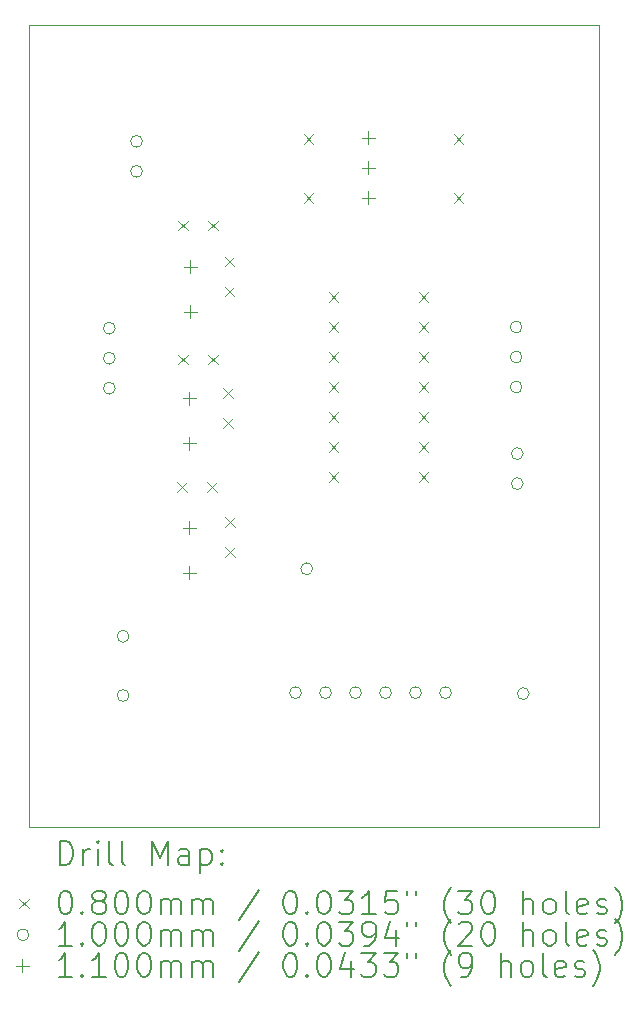
<source format=gbr>
%TF.GenerationSoftware,KiCad,Pcbnew,7.0.7*%
%TF.CreationDate,2023-09-08T10:26:25-07:00*%
%TF.ProjectId,TailLights,5461696c-4c69-4676-9874-732e6b696361,rev?*%
%TF.SameCoordinates,Original*%
%TF.FileFunction,Drillmap*%
%TF.FilePolarity,Positive*%
%FSLAX45Y45*%
G04 Gerber Fmt 4.5, Leading zero omitted, Abs format (unit mm)*
G04 Created by KiCad (PCBNEW 7.0.7) date 2023-09-08 10:26:25*
%MOMM*%
%LPD*%
G01*
G04 APERTURE LIST*
%ADD10C,0.100000*%
%ADD11C,0.200000*%
%ADD12C,0.080000*%
%ADD13C,0.110000*%
G04 APERTURE END LIST*
D10*
X5273040Y-2951480D02*
X10093960Y-2951480D01*
X10093960Y-9748520D01*
X5273040Y-9748520D01*
X5273040Y-2951480D01*
D11*
D12*
X6523360Y-6828160D02*
X6603360Y-6908160D01*
X6603360Y-6828160D02*
X6523360Y-6908160D01*
X6533520Y-4613280D02*
X6613520Y-4693280D01*
X6613520Y-4613280D02*
X6533520Y-4693280D01*
X6533520Y-5746120D02*
X6613520Y-5826120D01*
X6613520Y-5746120D02*
X6533520Y-5826120D01*
X6777360Y-6828160D02*
X6857360Y-6908160D01*
X6857360Y-6828160D02*
X6777360Y-6908160D01*
X6787520Y-4613280D02*
X6867520Y-4693280D01*
X6867520Y-4613280D02*
X6787520Y-4693280D01*
X6787520Y-5746120D02*
X6867520Y-5826120D01*
X6867520Y-5746120D02*
X6787520Y-5826120D01*
X6914520Y-6030600D02*
X6994520Y-6110600D01*
X6994520Y-6030600D02*
X6914520Y-6110600D01*
X6914520Y-6284600D02*
X6994520Y-6364600D01*
X6994520Y-6284600D02*
X6914520Y-6364600D01*
X6924680Y-4918080D02*
X7004680Y-4998080D01*
X7004680Y-4918080D02*
X6924680Y-4998080D01*
X6924680Y-5172080D02*
X7004680Y-5252080D01*
X7004680Y-5172080D02*
X6924680Y-5252080D01*
X6929760Y-7122800D02*
X7009760Y-7202800D01*
X7009760Y-7122800D02*
X6929760Y-7202800D01*
X6929760Y-7376800D02*
X7009760Y-7456800D01*
X7009760Y-7376800D02*
X6929760Y-7456800D01*
X7595240Y-3879600D02*
X7675240Y-3959600D01*
X7675240Y-3879600D02*
X7595240Y-3959600D01*
X7595240Y-4379600D02*
X7675240Y-4459600D01*
X7675240Y-4379600D02*
X7595240Y-4459600D01*
X7808600Y-5217800D02*
X7888600Y-5297800D01*
X7888600Y-5217800D02*
X7808600Y-5297800D01*
X7808600Y-5471800D02*
X7888600Y-5551800D01*
X7888600Y-5471800D02*
X7808600Y-5551800D01*
X7808600Y-5725800D02*
X7888600Y-5805800D01*
X7888600Y-5725800D02*
X7808600Y-5805800D01*
X7808600Y-5979800D02*
X7888600Y-6059800D01*
X7888600Y-5979800D02*
X7808600Y-6059800D01*
X7808600Y-6233800D02*
X7888600Y-6313800D01*
X7888600Y-6233800D02*
X7808600Y-6313800D01*
X7808600Y-6487800D02*
X7888600Y-6567800D01*
X7888600Y-6487800D02*
X7808600Y-6567800D01*
X7808600Y-6741800D02*
X7888600Y-6821800D01*
X7888600Y-6741800D02*
X7808600Y-6821800D01*
X8570600Y-5217800D02*
X8650600Y-5297800D01*
X8650600Y-5217800D02*
X8570600Y-5297800D01*
X8570600Y-5471800D02*
X8650600Y-5551800D01*
X8650600Y-5471800D02*
X8570600Y-5551800D01*
X8570600Y-5725800D02*
X8650600Y-5805800D01*
X8650600Y-5725800D02*
X8570600Y-5805800D01*
X8570600Y-5979800D02*
X8650600Y-6059800D01*
X8650600Y-5979800D02*
X8570600Y-6059800D01*
X8570600Y-6233800D02*
X8650600Y-6313800D01*
X8650600Y-6233800D02*
X8570600Y-6313800D01*
X8570600Y-6487800D02*
X8650600Y-6567800D01*
X8650600Y-6487800D02*
X8570600Y-6567800D01*
X8570600Y-6741800D02*
X8650600Y-6821800D01*
X8650600Y-6741800D02*
X8570600Y-6821800D01*
X8865240Y-3879600D02*
X8945240Y-3959600D01*
X8945240Y-3879600D02*
X8865240Y-3959600D01*
X8865240Y-4379600D02*
X8945240Y-4459600D01*
X8945240Y-4379600D02*
X8865240Y-4459600D01*
D10*
X5998680Y-5521960D02*
G75*
G03*
X5998680Y-5521960I-50000J0D01*
G01*
X5998680Y-5775960D02*
G75*
G03*
X5998680Y-5775960I-50000J0D01*
G01*
X5998680Y-6029960D02*
G75*
G03*
X5998680Y-6029960I-50000J0D01*
G01*
X6115520Y-8130920D02*
G75*
G03*
X6115520Y-8130920I-50000J0D01*
G01*
X6115520Y-8630920D02*
G75*
G03*
X6115520Y-8630920I-50000J0D01*
G01*
X6229780Y-3939000D02*
G75*
G03*
X6229780Y-3939000I-50000J0D01*
G01*
X6229780Y-4193000D02*
G75*
G03*
X6229780Y-4193000I-50000J0D01*
G01*
X7576060Y-8608020D02*
G75*
G03*
X7576060Y-8608020I-50000J0D01*
G01*
X7670000Y-7559040D02*
G75*
G03*
X7670000Y-7559040I-50000J0D01*
G01*
X7830060Y-8608020D02*
G75*
G03*
X7830060Y-8608020I-50000J0D01*
G01*
X8084060Y-8608020D02*
G75*
G03*
X8084060Y-8608020I-50000J0D01*
G01*
X8338060Y-8608020D02*
G75*
G03*
X8338060Y-8608020I-50000J0D01*
G01*
X8592060Y-8608020D02*
G75*
G03*
X8592060Y-8608020I-50000J0D01*
G01*
X8846060Y-8608020D02*
G75*
G03*
X8846060Y-8608020I-50000J0D01*
G01*
X9442920Y-5511800D02*
G75*
G03*
X9442920Y-5511800I-50000J0D01*
G01*
X9442920Y-5765800D02*
G75*
G03*
X9442920Y-5765800I-50000J0D01*
G01*
X9442920Y-6019800D02*
G75*
G03*
X9442920Y-6019800I-50000J0D01*
G01*
X9453080Y-6583680D02*
G75*
G03*
X9453080Y-6583680I-50000J0D01*
G01*
X9453080Y-6837680D02*
G75*
G03*
X9453080Y-6837680I-50000J0D01*
G01*
X9503880Y-8615680D02*
G75*
G03*
X9503880Y-8615680I-50000J0D01*
G01*
D13*
X6624320Y-6060242D02*
X6624320Y-6170242D01*
X6569320Y-6115242D02*
X6679320Y-6115242D01*
X6624320Y-6441242D02*
X6624320Y-6551242D01*
X6569320Y-6496242D02*
X6679320Y-6496242D01*
X6624320Y-7157522D02*
X6624320Y-7267522D01*
X6569320Y-7212522D02*
X6679320Y-7212522D01*
X6624320Y-7538522D02*
X6624320Y-7648522D01*
X6569320Y-7593522D02*
X6679320Y-7593522D01*
X6634480Y-4947722D02*
X6634480Y-5057722D01*
X6579480Y-5002722D02*
X6689480Y-5002722D01*
X6634480Y-5328722D02*
X6634480Y-5438722D01*
X6579480Y-5383722D02*
X6689480Y-5383722D01*
X8143240Y-3856600D02*
X8143240Y-3966600D01*
X8088240Y-3911600D02*
X8198240Y-3911600D01*
X8143240Y-4110600D02*
X8143240Y-4220600D01*
X8088240Y-4165600D02*
X8198240Y-4165600D01*
X8143240Y-4364600D02*
X8143240Y-4474600D01*
X8088240Y-4419600D02*
X8198240Y-4419600D01*
D11*
X5528817Y-10065004D02*
X5528817Y-9865004D01*
X5528817Y-9865004D02*
X5576436Y-9865004D01*
X5576436Y-9865004D02*
X5605007Y-9874528D01*
X5605007Y-9874528D02*
X5624055Y-9893575D01*
X5624055Y-9893575D02*
X5633579Y-9912623D01*
X5633579Y-9912623D02*
X5643102Y-9950718D01*
X5643102Y-9950718D02*
X5643102Y-9979290D01*
X5643102Y-9979290D02*
X5633579Y-10017385D01*
X5633579Y-10017385D02*
X5624055Y-10036432D01*
X5624055Y-10036432D02*
X5605007Y-10055480D01*
X5605007Y-10055480D02*
X5576436Y-10065004D01*
X5576436Y-10065004D02*
X5528817Y-10065004D01*
X5728817Y-10065004D02*
X5728817Y-9931670D01*
X5728817Y-9969766D02*
X5738341Y-9950718D01*
X5738341Y-9950718D02*
X5747864Y-9941194D01*
X5747864Y-9941194D02*
X5766912Y-9931670D01*
X5766912Y-9931670D02*
X5785960Y-9931670D01*
X5852626Y-10065004D02*
X5852626Y-9931670D01*
X5852626Y-9865004D02*
X5843102Y-9874528D01*
X5843102Y-9874528D02*
X5852626Y-9884051D01*
X5852626Y-9884051D02*
X5862150Y-9874528D01*
X5862150Y-9874528D02*
X5852626Y-9865004D01*
X5852626Y-9865004D02*
X5852626Y-9884051D01*
X5976436Y-10065004D02*
X5957388Y-10055480D01*
X5957388Y-10055480D02*
X5947864Y-10036432D01*
X5947864Y-10036432D02*
X5947864Y-9865004D01*
X6081198Y-10065004D02*
X6062150Y-10055480D01*
X6062150Y-10055480D02*
X6052626Y-10036432D01*
X6052626Y-10036432D02*
X6052626Y-9865004D01*
X6309769Y-10065004D02*
X6309769Y-9865004D01*
X6309769Y-9865004D02*
X6376436Y-10007861D01*
X6376436Y-10007861D02*
X6443102Y-9865004D01*
X6443102Y-9865004D02*
X6443102Y-10065004D01*
X6624055Y-10065004D02*
X6624055Y-9960242D01*
X6624055Y-9960242D02*
X6614531Y-9941194D01*
X6614531Y-9941194D02*
X6595483Y-9931670D01*
X6595483Y-9931670D02*
X6557388Y-9931670D01*
X6557388Y-9931670D02*
X6538341Y-9941194D01*
X6624055Y-10055480D02*
X6605007Y-10065004D01*
X6605007Y-10065004D02*
X6557388Y-10065004D01*
X6557388Y-10065004D02*
X6538341Y-10055480D01*
X6538341Y-10055480D02*
X6528817Y-10036432D01*
X6528817Y-10036432D02*
X6528817Y-10017385D01*
X6528817Y-10017385D02*
X6538341Y-9998337D01*
X6538341Y-9998337D02*
X6557388Y-9988813D01*
X6557388Y-9988813D02*
X6605007Y-9988813D01*
X6605007Y-9988813D02*
X6624055Y-9979290D01*
X6719293Y-9931670D02*
X6719293Y-10131670D01*
X6719293Y-9941194D02*
X6738341Y-9931670D01*
X6738341Y-9931670D02*
X6776436Y-9931670D01*
X6776436Y-9931670D02*
X6795483Y-9941194D01*
X6795483Y-9941194D02*
X6805007Y-9950718D01*
X6805007Y-9950718D02*
X6814531Y-9969766D01*
X6814531Y-9969766D02*
X6814531Y-10026909D01*
X6814531Y-10026909D02*
X6805007Y-10045956D01*
X6805007Y-10045956D02*
X6795483Y-10055480D01*
X6795483Y-10055480D02*
X6776436Y-10065004D01*
X6776436Y-10065004D02*
X6738341Y-10065004D01*
X6738341Y-10065004D02*
X6719293Y-10055480D01*
X6900245Y-10045956D02*
X6909769Y-10055480D01*
X6909769Y-10055480D02*
X6900245Y-10065004D01*
X6900245Y-10065004D02*
X6890722Y-10055480D01*
X6890722Y-10055480D02*
X6900245Y-10045956D01*
X6900245Y-10045956D02*
X6900245Y-10065004D01*
X6900245Y-9941194D02*
X6909769Y-9950718D01*
X6909769Y-9950718D02*
X6900245Y-9960242D01*
X6900245Y-9960242D02*
X6890722Y-9950718D01*
X6890722Y-9950718D02*
X6900245Y-9941194D01*
X6900245Y-9941194D02*
X6900245Y-9960242D01*
D12*
X5188040Y-10353520D02*
X5268040Y-10433520D01*
X5268040Y-10353520D02*
X5188040Y-10433520D01*
D11*
X5566912Y-10285004D02*
X5585960Y-10285004D01*
X5585960Y-10285004D02*
X5605007Y-10294528D01*
X5605007Y-10294528D02*
X5614531Y-10304051D01*
X5614531Y-10304051D02*
X5624055Y-10323099D01*
X5624055Y-10323099D02*
X5633579Y-10361194D01*
X5633579Y-10361194D02*
X5633579Y-10408813D01*
X5633579Y-10408813D02*
X5624055Y-10446909D01*
X5624055Y-10446909D02*
X5614531Y-10465956D01*
X5614531Y-10465956D02*
X5605007Y-10475480D01*
X5605007Y-10475480D02*
X5585960Y-10485004D01*
X5585960Y-10485004D02*
X5566912Y-10485004D01*
X5566912Y-10485004D02*
X5547864Y-10475480D01*
X5547864Y-10475480D02*
X5538341Y-10465956D01*
X5538341Y-10465956D02*
X5528817Y-10446909D01*
X5528817Y-10446909D02*
X5519293Y-10408813D01*
X5519293Y-10408813D02*
X5519293Y-10361194D01*
X5519293Y-10361194D02*
X5528817Y-10323099D01*
X5528817Y-10323099D02*
X5538341Y-10304051D01*
X5538341Y-10304051D02*
X5547864Y-10294528D01*
X5547864Y-10294528D02*
X5566912Y-10285004D01*
X5719293Y-10465956D02*
X5728817Y-10475480D01*
X5728817Y-10475480D02*
X5719293Y-10485004D01*
X5719293Y-10485004D02*
X5709769Y-10475480D01*
X5709769Y-10475480D02*
X5719293Y-10465956D01*
X5719293Y-10465956D02*
X5719293Y-10485004D01*
X5843102Y-10370718D02*
X5824055Y-10361194D01*
X5824055Y-10361194D02*
X5814531Y-10351670D01*
X5814531Y-10351670D02*
X5805007Y-10332623D01*
X5805007Y-10332623D02*
X5805007Y-10323099D01*
X5805007Y-10323099D02*
X5814531Y-10304051D01*
X5814531Y-10304051D02*
X5824055Y-10294528D01*
X5824055Y-10294528D02*
X5843102Y-10285004D01*
X5843102Y-10285004D02*
X5881198Y-10285004D01*
X5881198Y-10285004D02*
X5900245Y-10294528D01*
X5900245Y-10294528D02*
X5909769Y-10304051D01*
X5909769Y-10304051D02*
X5919293Y-10323099D01*
X5919293Y-10323099D02*
X5919293Y-10332623D01*
X5919293Y-10332623D02*
X5909769Y-10351670D01*
X5909769Y-10351670D02*
X5900245Y-10361194D01*
X5900245Y-10361194D02*
X5881198Y-10370718D01*
X5881198Y-10370718D02*
X5843102Y-10370718D01*
X5843102Y-10370718D02*
X5824055Y-10380242D01*
X5824055Y-10380242D02*
X5814531Y-10389766D01*
X5814531Y-10389766D02*
X5805007Y-10408813D01*
X5805007Y-10408813D02*
X5805007Y-10446909D01*
X5805007Y-10446909D02*
X5814531Y-10465956D01*
X5814531Y-10465956D02*
X5824055Y-10475480D01*
X5824055Y-10475480D02*
X5843102Y-10485004D01*
X5843102Y-10485004D02*
X5881198Y-10485004D01*
X5881198Y-10485004D02*
X5900245Y-10475480D01*
X5900245Y-10475480D02*
X5909769Y-10465956D01*
X5909769Y-10465956D02*
X5919293Y-10446909D01*
X5919293Y-10446909D02*
X5919293Y-10408813D01*
X5919293Y-10408813D02*
X5909769Y-10389766D01*
X5909769Y-10389766D02*
X5900245Y-10380242D01*
X5900245Y-10380242D02*
X5881198Y-10370718D01*
X6043102Y-10285004D02*
X6062150Y-10285004D01*
X6062150Y-10285004D02*
X6081198Y-10294528D01*
X6081198Y-10294528D02*
X6090722Y-10304051D01*
X6090722Y-10304051D02*
X6100245Y-10323099D01*
X6100245Y-10323099D02*
X6109769Y-10361194D01*
X6109769Y-10361194D02*
X6109769Y-10408813D01*
X6109769Y-10408813D02*
X6100245Y-10446909D01*
X6100245Y-10446909D02*
X6090722Y-10465956D01*
X6090722Y-10465956D02*
X6081198Y-10475480D01*
X6081198Y-10475480D02*
X6062150Y-10485004D01*
X6062150Y-10485004D02*
X6043102Y-10485004D01*
X6043102Y-10485004D02*
X6024055Y-10475480D01*
X6024055Y-10475480D02*
X6014531Y-10465956D01*
X6014531Y-10465956D02*
X6005007Y-10446909D01*
X6005007Y-10446909D02*
X5995483Y-10408813D01*
X5995483Y-10408813D02*
X5995483Y-10361194D01*
X5995483Y-10361194D02*
X6005007Y-10323099D01*
X6005007Y-10323099D02*
X6014531Y-10304051D01*
X6014531Y-10304051D02*
X6024055Y-10294528D01*
X6024055Y-10294528D02*
X6043102Y-10285004D01*
X6233579Y-10285004D02*
X6252626Y-10285004D01*
X6252626Y-10285004D02*
X6271674Y-10294528D01*
X6271674Y-10294528D02*
X6281198Y-10304051D01*
X6281198Y-10304051D02*
X6290722Y-10323099D01*
X6290722Y-10323099D02*
X6300245Y-10361194D01*
X6300245Y-10361194D02*
X6300245Y-10408813D01*
X6300245Y-10408813D02*
X6290722Y-10446909D01*
X6290722Y-10446909D02*
X6281198Y-10465956D01*
X6281198Y-10465956D02*
X6271674Y-10475480D01*
X6271674Y-10475480D02*
X6252626Y-10485004D01*
X6252626Y-10485004D02*
X6233579Y-10485004D01*
X6233579Y-10485004D02*
X6214531Y-10475480D01*
X6214531Y-10475480D02*
X6205007Y-10465956D01*
X6205007Y-10465956D02*
X6195483Y-10446909D01*
X6195483Y-10446909D02*
X6185960Y-10408813D01*
X6185960Y-10408813D02*
X6185960Y-10361194D01*
X6185960Y-10361194D02*
X6195483Y-10323099D01*
X6195483Y-10323099D02*
X6205007Y-10304051D01*
X6205007Y-10304051D02*
X6214531Y-10294528D01*
X6214531Y-10294528D02*
X6233579Y-10285004D01*
X6385960Y-10485004D02*
X6385960Y-10351670D01*
X6385960Y-10370718D02*
X6395483Y-10361194D01*
X6395483Y-10361194D02*
X6414531Y-10351670D01*
X6414531Y-10351670D02*
X6443103Y-10351670D01*
X6443103Y-10351670D02*
X6462150Y-10361194D01*
X6462150Y-10361194D02*
X6471674Y-10380242D01*
X6471674Y-10380242D02*
X6471674Y-10485004D01*
X6471674Y-10380242D02*
X6481198Y-10361194D01*
X6481198Y-10361194D02*
X6500245Y-10351670D01*
X6500245Y-10351670D02*
X6528817Y-10351670D01*
X6528817Y-10351670D02*
X6547864Y-10361194D01*
X6547864Y-10361194D02*
X6557388Y-10380242D01*
X6557388Y-10380242D02*
X6557388Y-10485004D01*
X6652626Y-10485004D02*
X6652626Y-10351670D01*
X6652626Y-10370718D02*
X6662150Y-10361194D01*
X6662150Y-10361194D02*
X6681198Y-10351670D01*
X6681198Y-10351670D02*
X6709769Y-10351670D01*
X6709769Y-10351670D02*
X6728817Y-10361194D01*
X6728817Y-10361194D02*
X6738341Y-10380242D01*
X6738341Y-10380242D02*
X6738341Y-10485004D01*
X6738341Y-10380242D02*
X6747864Y-10361194D01*
X6747864Y-10361194D02*
X6766912Y-10351670D01*
X6766912Y-10351670D02*
X6795483Y-10351670D01*
X6795483Y-10351670D02*
X6814531Y-10361194D01*
X6814531Y-10361194D02*
X6824055Y-10380242D01*
X6824055Y-10380242D02*
X6824055Y-10485004D01*
X7214531Y-10275480D02*
X7043103Y-10532623D01*
X7471674Y-10285004D02*
X7490722Y-10285004D01*
X7490722Y-10285004D02*
X7509769Y-10294528D01*
X7509769Y-10294528D02*
X7519293Y-10304051D01*
X7519293Y-10304051D02*
X7528817Y-10323099D01*
X7528817Y-10323099D02*
X7538341Y-10361194D01*
X7538341Y-10361194D02*
X7538341Y-10408813D01*
X7538341Y-10408813D02*
X7528817Y-10446909D01*
X7528817Y-10446909D02*
X7519293Y-10465956D01*
X7519293Y-10465956D02*
X7509769Y-10475480D01*
X7509769Y-10475480D02*
X7490722Y-10485004D01*
X7490722Y-10485004D02*
X7471674Y-10485004D01*
X7471674Y-10485004D02*
X7452626Y-10475480D01*
X7452626Y-10475480D02*
X7443103Y-10465956D01*
X7443103Y-10465956D02*
X7433579Y-10446909D01*
X7433579Y-10446909D02*
X7424055Y-10408813D01*
X7424055Y-10408813D02*
X7424055Y-10361194D01*
X7424055Y-10361194D02*
X7433579Y-10323099D01*
X7433579Y-10323099D02*
X7443103Y-10304051D01*
X7443103Y-10304051D02*
X7452626Y-10294528D01*
X7452626Y-10294528D02*
X7471674Y-10285004D01*
X7624055Y-10465956D02*
X7633579Y-10475480D01*
X7633579Y-10475480D02*
X7624055Y-10485004D01*
X7624055Y-10485004D02*
X7614531Y-10475480D01*
X7614531Y-10475480D02*
X7624055Y-10465956D01*
X7624055Y-10465956D02*
X7624055Y-10485004D01*
X7757388Y-10285004D02*
X7776436Y-10285004D01*
X7776436Y-10285004D02*
X7795484Y-10294528D01*
X7795484Y-10294528D02*
X7805007Y-10304051D01*
X7805007Y-10304051D02*
X7814531Y-10323099D01*
X7814531Y-10323099D02*
X7824055Y-10361194D01*
X7824055Y-10361194D02*
X7824055Y-10408813D01*
X7824055Y-10408813D02*
X7814531Y-10446909D01*
X7814531Y-10446909D02*
X7805007Y-10465956D01*
X7805007Y-10465956D02*
X7795484Y-10475480D01*
X7795484Y-10475480D02*
X7776436Y-10485004D01*
X7776436Y-10485004D02*
X7757388Y-10485004D01*
X7757388Y-10485004D02*
X7738341Y-10475480D01*
X7738341Y-10475480D02*
X7728817Y-10465956D01*
X7728817Y-10465956D02*
X7719293Y-10446909D01*
X7719293Y-10446909D02*
X7709769Y-10408813D01*
X7709769Y-10408813D02*
X7709769Y-10361194D01*
X7709769Y-10361194D02*
X7719293Y-10323099D01*
X7719293Y-10323099D02*
X7728817Y-10304051D01*
X7728817Y-10304051D02*
X7738341Y-10294528D01*
X7738341Y-10294528D02*
X7757388Y-10285004D01*
X7890722Y-10285004D02*
X8014531Y-10285004D01*
X8014531Y-10285004D02*
X7947865Y-10361194D01*
X7947865Y-10361194D02*
X7976436Y-10361194D01*
X7976436Y-10361194D02*
X7995484Y-10370718D01*
X7995484Y-10370718D02*
X8005007Y-10380242D01*
X8005007Y-10380242D02*
X8014531Y-10399290D01*
X8014531Y-10399290D02*
X8014531Y-10446909D01*
X8014531Y-10446909D02*
X8005007Y-10465956D01*
X8005007Y-10465956D02*
X7995484Y-10475480D01*
X7995484Y-10475480D02*
X7976436Y-10485004D01*
X7976436Y-10485004D02*
X7919293Y-10485004D01*
X7919293Y-10485004D02*
X7900246Y-10475480D01*
X7900246Y-10475480D02*
X7890722Y-10465956D01*
X8205007Y-10485004D02*
X8090722Y-10485004D01*
X8147865Y-10485004D02*
X8147865Y-10285004D01*
X8147865Y-10285004D02*
X8128817Y-10313575D01*
X8128817Y-10313575D02*
X8109769Y-10332623D01*
X8109769Y-10332623D02*
X8090722Y-10342147D01*
X8385960Y-10285004D02*
X8290722Y-10285004D01*
X8290722Y-10285004D02*
X8281198Y-10380242D01*
X8281198Y-10380242D02*
X8290722Y-10370718D01*
X8290722Y-10370718D02*
X8309769Y-10361194D01*
X8309769Y-10361194D02*
X8357388Y-10361194D01*
X8357388Y-10361194D02*
X8376436Y-10370718D01*
X8376436Y-10370718D02*
X8385960Y-10380242D01*
X8385960Y-10380242D02*
X8395484Y-10399290D01*
X8395484Y-10399290D02*
X8395484Y-10446909D01*
X8395484Y-10446909D02*
X8385960Y-10465956D01*
X8385960Y-10465956D02*
X8376436Y-10475480D01*
X8376436Y-10475480D02*
X8357388Y-10485004D01*
X8357388Y-10485004D02*
X8309769Y-10485004D01*
X8309769Y-10485004D02*
X8290722Y-10475480D01*
X8290722Y-10475480D02*
X8281198Y-10465956D01*
X8471674Y-10285004D02*
X8471674Y-10323099D01*
X8547865Y-10285004D02*
X8547865Y-10323099D01*
X8843103Y-10561194D02*
X8833579Y-10551670D01*
X8833579Y-10551670D02*
X8814531Y-10523099D01*
X8814531Y-10523099D02*
X8805008Y-10504051D01*
X8805008Y-10504051D02*
X8795484Y-10475480D01*
X8795484Y-10475480D02*
X8785960Y-10427861D01*
X8785960Y-10427861D02*
X8785960Y-10389766D01*
X8785960Y-10389766D02*
X8795484Y-10342147D01*
X8795484Y-10342147D02*
X8805008Y-10313575D01*
X8805008Y-10313575D02*
X8814531Y-10294528D01*
X8814531Y-10294528D02*
X8833579Y-10265956D01*
X8833579Y-10265956D02*
X8843103Y-10256432D01*
X8900246Y-10285004D02*
X9024055Y-10285004D01*
X9024055Y-10285004D02*
X8957389Y-10361194D01*
X8957389Y-10361194D02*
X8985960Y-10361194D01*
X8985960Y-10361194D02*
X9005008Y-10370718D01*
X9005008Y-10370718D02*
X9014531Y-10380242D01*
X9014531Y-10380242D02*
X9024055Y-10399290D01*
X9024055Y-10399290D02*
X9024055Y-10446909D01*
X9024055Y-10446909D02*
X9014531Y-10465956D01*
X9014531Y-10465956D02*
X9005008Y-10475480D01*
X9005008Y-10475480D02*
X8985960Y-10485004D01*
X8985960Y-10485004D02*
X8928817Y-10485004D01*
X8928817Y-10485004D02*
X8909770Y-10475480D01*
X8909770Y-10475480D02*
X8900246Y-10465956D01*
X9147865Y-10285004D02*
X9166912Y-10285004D01*
X9166912Y-10285004D02*
X9185960Y-10294528D01*
X9185960Y-10294528D02*
X9195484Y-10304051D01*
X9195484Y-10304051D02*
X9205008Y-10323099D01*
X9205008Y-10323099D02*
X9214531Y-10361194D01*
X9214531Y-10361194D02*
X9214531Y-10408813D01*
X9214531Y-10408813D02*
X9205008Y-10446909D01*
X9205008Y-10446909D02*
X9195484Y-10465956D01*
X9195484Y-10465956D02*
X9185960Y-10475480D01*
X9185960Y-10475480D02*
X9166912Y-10485004D01*
X9166912Y-10485004D02*
X9147865Y-10485004D01*
X9147865Y-10485004D02*
X9128817Y-10475480D01*
X9128817Y-10475480D02*
X9119293Y-10465956D01*
X9119293Y-10465956D02*
X9109770Y-10446909D01*
X9109770Y-10446909D02*
X9100246Y-10408813D01*
X9100246Y-10408813D02*
X9100246Y-10361194D01*
X9100246Y-10361194D02*
X9109770Y-10323099D01*
X9109770Y-10323099D02*
X9119293Y-10304051D01*
X9119293Y-10304051D02*
X9128817Y-10294528D01*
X9128817Y-10294528D02*
X9147865Y-10285004D01*
X9452627Y-10485004D02*
X9452627Y-10285004D01*
X9538341Y-10485004D02*
X9538341Y-10380242D01*
X9538341Y-10380242D02*
X9528817Y-10361194D01*
X9528817Y-10361194D02*
X9509770Y-10351670D01*
X9509770Y-10351670D02*
X9481198Y-10351670D01*
X9481198Y-10351670D02*
X9462151Y-10361194D01*
X9462151Y-10361194D02*
X9452627Y-10370718D01*
X9662151Y-10485004D02*
X9643103Y-10475480D01*
X9643103Y-10475480D02*
X9633579Y-10465956D01*
X9633579Y-10465956D02*
X9624055Y-10446909D01*
X9624055Y-10446909D02*
X9624055Y-10389766D01*
X9624055Y-10389766D02*
X9633579Y-10370718D01*
X9633579Y-10370718D02*
X9643103Y-10361194D01*
X9643103Y-10361194D02*
X9662151Y-10351670D01*
X9662151Y-10351670D02*
X9690722Y-10351670D01*
X9690722Y-10351670D02*
X9709770Y-10361194D01*
X9709770Y-10361194D02*
X9719293Y-10370718D01*
X9719293Y-10370718D02*
X9728817Y-10389766D01*
X9728817Y-10389766D02*
X9728817Y-10446909D01*
X9728817Y-10446909D02*
X9719293Y-10465956D01*
X9719293Y-10465956D02*
X9709770Y-10475480D01*
X9709770Y-10475480D02*
X9690722Y-10485004D01*
X9690722Y-10485004D02*
X9662151Y-10485004D01*
X9843103Y-10485004D02*
X9824055Y-10475480D01*
X9824055Y-10475480D02*
X9814532Y-10456432D01*
X9814532Y-10456432D02*
X9814532Y-10285004D01*
X9995484Y-10475480D02*
X9976436Y-10485004D01*
X9976436Y-10485004D02*
X9938341Y-10485004D01*
X9938341Y-10485004D02*
X9919293Y-10475480D01*
X9919293Y-10475480D02*
X9909770Y-10456432D01*
X9909770Y-10456432D02*
X9909770Y-10380242D01*
X9909770Y-10380242D02*
X9919293Y-10361194D01*
X9919293Y-10361194D02*
X9938341Y-10351670D01*
X9938341Y-10351670D02*
X9976436Y-10351670D01*
X9976436Y-10351670D02*
X9995484Y-10361194D01*
X9995484Y-10361194D02*
X10005008Y-10380242D01*
X10005008Y-10380242D02*
X10005008Y-10399290D01*
X10005008Y-10399290D02*
X9909770Y-10418337D01*
X10081198Y-10475480D02*
X10100246Y-10485004D01*
X10100246Y-10485004D02*
X10138341Y-10485004D01*
X10138341Y-10485004D02*
X10157389Y-10475480D01*
X10157389Y-10475480D02*
X10166913Y-10456432D01*
X10166913Y-10456432D02*
X10166913Y-10446909D01*
X10166913Y-10446909D02*
X10157389Y-10427861D01*
X10157389Y-10427861D02*
X10138341Y-10418337D01*
X10138341Y-10418337D02*
X10109770Y-10418337D01*
X10109770Y-10418337D02*
X10090722Y-10408813D01*
X10090722Y-10408813D02*
X10081198Y-10389766D01*
X10081198Y-10389766D02*
X10081198Y-10380242D01*
X10081198Y-10380242D02*
X10090722Y-10361194D01*
X10090722Y-10361194D02*
X10109770Y-10351670D01*
X10109770Y-10351670D02*
X10138341Y-10351670D01*
X10138341Y-10351670D02*
X10157389Y-10361194D01*
X10233579Y-10561194D02*
X10243103Y-10551670D01*
X10243103Y-10551670D02*
X10262151Y-10523099D01*
X10262151Y-10523099D02*
X10271674Y-10504051D01*
X10271674Y-10504051D02*
X10281198Y-10475480D01*
X10281198Y-10475480D02*
X10290722Y-10427861D01*
X10290722Y-10427861D02*
X10290722Y-10389766D01*
X10290722Y-10389766D02*
X10281198Y-10342147D01*
X10281198Y-10342147D02*
X10271674Y-10313575D01*
X10271674Y-10313575D02*
X10262151Y-10294528D01*
X10262151Y-10294528D02*
X10243103Y-10265956D01*
X10243103Y-10265956D02*
X10233579Y-10256432D01*
D10*
X5268040Y-10657520D02*
G75*
G03*
X5268040Y-10657520I-50000J0D01*
G01*
D11*
X5633579Y-10749004D02*
X5519293Y-10749004D01*
X5576436Y-10749004D02*
X5576436Y-10549004D01*
X5576436Y-10549004D02*
X5557388Y-10577575D01*
X5557388Y-10577575D02*
X5538341Y-10596623D01*
X5538341Y-10596623D02*
X5519293Y-10606147D01*
X5719293Y-10729956D02*
X5728817Y-10739480D01*
X5728817Y-10739480D02*
X5719293Y-10749004D01*
X5719293Y-10749004D02*
X5709769Y-10739480D01*
X5709769Y-10739480D02*
X5719293Y-10729956D01*
X5719293Y-10729956D02*
X5719293Y-10749004D01*
X5852626Y-10549004D02*
X5871674Y-10549004D01*
X5871674Y-10549004D02*
X5890722Y-10558528D01*
X5890722Y-10558528D02*
X5900245Y-10568051D01*
X5900245Y-10568051D02*
X5909769Y-10587099D01*
X5909769Y-10587099D02*
X5919293Y-10625194D01*
X5919293Y-10625194D02*
X5919293Y-10672813D01*
X5919293Y-10672813D02*
X5909769Y-10710909D01*
X5909769Y-10710909D02*
X5900245Y-10729956D01*
X5900245Y-10729956D02*
X5890722Y-10739480D01*
X5890722Y-10739480D02*
X5871674Y-10749004D01*
X5871674Y-10749004D02*
X5852626Y-10749004D01*
X5852626Y-10749004D02*
X5833579Y-10739480D01*
X5833579Y-10739480D02*
X5824055Y-10729956D01*
X5824055Y-10729956D02*
X5814531Y-10710909D01*
X5814531Y-10710909D02*
X5805007Y-10672813D01*
X5805007Y-10672813D02*
X5805007Y-10625194D01*
X5805007Y-10625194D02*
X5814531Y-10587099D01*
X5814531Y-10587099D02*
X5824055Y-10568051D01*
X5824055Y-10568051D02*
X5833579Y-10558528D01*
X5833579Y-10558528D02*
X5852626Y-10549004D01*
X6043102Y-10549004D02*
X6062150Y-10549004D01*
X6062150Y-10549004D02*
X6081198Y-10558528D01*
X6081198Y-10558528D02*
X6090722Y-10568051D01*
X6090722Y-10568051D02*
X6100245Y-10587099D01*
X6100245Y-10587099D02*
X6109769Y-10625194D01*
X6109769Y-10625194D02*
X6109769Y-10672813D01*
X6109769Y-10672813D02*
X6100245Y-10710909D01*
X6100245Y-10710909D02*
X6090722Y-10729956D01*
X6090722Y-10729956D02*
X6081198Y-10739480D01*
X6081198Y-10739480D02*
X6062150Y-10749004D01*
X6062150Y-10749004D02*
X6043102Y-10749004D01*
X6043102Y-10749004D02*
X6024055Y-10739480D01*
X6024055Y-10739480D02*
X6014531Y-10729956D01*
X6014531Y-10729956D02*
X6005007Y-10710909D01*
X6005007Y-10710909D02*
X5995483Y-10672813D01*
X5995483Y-10672813D02*
X5995483Y-10625194D01*
X5995483Y-10625194D02*
X6005007Y-10587099D01*
X6005007Y-10587099D02*
X6014531Y-10568051D01*
X6014531Y-10568051D02*
X6024055Y-10558528D01*
X6024055Y-10558528D02*
X6043102Y-10549004D01*
X6233579Y-10549004D02*
X6252626Y-10549004D01*
X6252626Y-10549004D02*
X6271674Y-10558528D01*
X6271674Y-10558528D02*
X6281198Y-10568051D01*
X6281198Y-10568051D02*
X6290722Y-10587099D01*
X6290722Y-10587099D02*
X6300245Y-10625194D01*
X6300245Y-10625194D02*
X6300245Y-10672813D01*
X6300245Y-10672813D02*
X6290722Y-10710909D01*
X6290722Y-10710909D02*
X6281198Y-10729956D01*
X6281198Y-10729956D02*
X6271674Y-10739480D01*
X6271674Y-10739480D02*
X6252626Y-10749004D01*
X6252626Y-10749004D02*
X6233579Y-10749004D01*
X6233579Y-10749004D02*
X6214531Y-10739480D01*
X6214531Y-10739480D02*
X6205007Y-10729956D01*
X6205007Y-10729956D02*
X6195483Y-10710909D01*
X6195483Y-10710909D02*
X6185960Y-10672813D01*
X6185960Y-10672813D02*
X6185960Y-10625194D01*
X6185960Y-10625194D02*
X6195483Y-10587099D01*
X6195483Y-10587099D02*
X6205007Y-10568051D01*
X6205007Y-10568051D02*
X6214531Y-10558528D01*
X6214531Y-10558528D02*
X6233579Y-10549004D01*
X6385960Y-10749004D02*
X6385960Y-10615670D01*
X6385960Y-10634718D02*
X6395483Y-10625194D01*
X6395483Y-10625194D02*
X6414531Y-10615670D01*
X6414531Y-10615670D02*
X6443103Y-10615670D01*
X6443103Y-10615670D02*
X6462150Y-10625194D01*
X6462150Y-10625194D02*
X6471674Y-10644242D01*
X6471674Y-10644242D02*
X6471674Y-10749004D01*
X6471674Y-10644242D02*
X6481198Y-10625194D01*
X6481198Y-10625194D02*
X6500245Y-10615670D01*
X6500245Y-10615670D02*
X6528817Y-10615670D01*
X6528817Y-10615670D02*
X6547864Y-10625194D01*
X6547864Y-10625194D02*
X6557388Y-10644242D01*
X6557388Y-10644242D02*
X6557388Y-10749004D01*
X6652626Y-10749004D02*
X6652626Y-10615670D01*
X6652626Y-10634718D02*
X6662150Y-10625194D01*
X6662150Y-10625194D02*
X6681198Y-10615670D01*
X6681198Y-10615670D02*
X6709769Y-10615670D01*
X6709769Y-10615670D02*
X6728817Y-10625194D01*
X6728817Y-10625194D02*
X6738341Y-10644242D01*
X6738341Y-10644242D02*
X6738341Y-10749004D01*
X6738341Y-10644242D02*
X6747864Y-10625194D01*
X6747864Y-10625194D02*
X6766912Y-10615670D01*
X6766912Y-10615670D02*
X6795483Y-10615670D01*
X6795483Y-10615670D02*
X6814531Y-10625194D01*
X6814531Y-10625194D02*
X6824055Y-10644242D01*
X6824055Y-10644242D02*
X6824055Y-10749004D01*
X7214531Y-10539480D02*
X7043103Y-10796623D01*
X7471674Y-10549004D02*
X7490722Y-10549004D01*
X7490722Y-10549004D02*
X7509769Y-10558528D01*
X7509769Y-10558528D02*
X7519293Y-10568051D01*
X7519293Y-10568051D02*
X7528817Y-10587099D01*
X7528817Y-10587099D02*
X7538341Y-10625194D01*
X7538341Y-10625194D02*
X7538341Y-10672813D01*
X7538341Y-10672813D02*
X7528817Y-10710909D01*
X7528817Y-10710909D02*
X7519293Y-10729956D01*
X7519293Y-10729956D02*
X7509769Y-10739480D01*
X7509769Y-10739480D02*
X7490722Y-10749004D01*
X7490722Y-10749004D02*
X7471674Y-10749004D01*
X7471674Y-10749004D02*
X7452626Y-10739480D01*
X7452626Y-10739480D02*
X7443103Y-10729956D01*
X7443103Y-10729956D02*
X7433579Y-10710909D01*
X7433579Y-10710909D02*
X7424055Y-10672813D01*
X7424055Y-10672813D02*
X7424055Y-10625194D01*
X7424055Y-10625194D02*
X7433579Y-10587099D01*
X7433579Y-10587099D02*
X7443103Y-10568051D01*
X7443103Y-10568051D02*
X7452626Y-10558528D01*
X7452626Y-10558528D02*
X7471674Y-10549004D01*
X7624055Y-10729956D02*
X7633579Y-10739480D01*
X7633579Y-10739480D02*
X7624055Y-10749004D01*
X7624055Y-10749004D02*
X7614531Y-10739480D01*
X7614531Y-10739480D02*
X7624055Y-10729956D01*
X7624055Y-10729956D02*
X7624055Y-10749004D01*
X7757388Y-10549004D02*
X7776436Y-10549004D01*
X7776436Y-10549004D02*
X7795484Y-10558528D01*
X7795484Y-10558528D02*
X7805007Y-10568051D01*
X7805007Y-10568051D02*
X7814531Y-10587099D01*
X7814531Y-10587099D02*
X7824055Y-10625194D01*
X7824055Y-10625194D02*
X7824055Y-10672813D01*
X7824055Y-10672813D02*
X7814531Y-10710909D01*
X7814531Y-10710909D02*
X7805007Y-10729956D01*
X7805007Y-10729956D02*
X7795484Y-10739480D01*
X7795484Y-10739480D02*
X7776436Y-10749004D01*
X7776436Y-10749004D02*
X7757388Y-10749004D01*
X7757388Y-10749004D02*
X7738341Y-10739480D01*
X7738341Y-10739480D02*
X7728817Y-10729956D01*
X7728817Y-10729956D02*
X7719293Y-10710909D01*
X7719293Y-10710909D02*
X7709769Y-10672813D01*
X7709769Y-10672813D02*
X7709769Y-10625194D01*
X7709769Y-10625194D02*
X7719293Y-10587099D01*
X7719293Y-10587099D02*
X7728817Y-10568051D01*
X7728817Y-10568051D02*
X7738341Y-10558528D01*
X7738341Y-10558528D02*
X7757388Y-10549004D01*
X7890722Y-10549004D02*
X8014531Y-10549004D01*
X8014531Y-10549004D02*
X7947865Y-10625194D01*
X7947865Y-10625194D02*
X7976436Y-10625194D01*
X7976436Y-10625194D02*
X7995484Y-10634718D01*
X7995484Y-10634718D02*
X8005007Y-10644242D01*
X8005007Y-10644242D02*
X8014531Y-10663290D01*
X8014531Y-10663290D02*
X8014531Y-10710909D01*
X8014531Y-10710909D02*
X8005007Y-10729956D01*
X8005007Y-10729956D02*
X7995484Y-10739480D01*
X7995484Y-10739480D02*
X7976436Y-10749004D01*
X7976436Y-10749004D02*
X7919293Y-10749004D01*
X7919293Y-10749004D02*
X7900246Y-10739480D01*
X7900246Y-10739480D02*
X7890722Y-10729956D01*
X8109769Y-10749004D02*
X8147865Y-10749004D01*
X8147865Y-10749004D02*
X8166912Y-10739480D01*
X8166912Y-10739480D02*
X8176436Y-10729956D01*
X8176436Y-10729956D02*
X8195484Y-10701385D01*
X8195484Y-10701385D02*
X8205007Y-10663290D01*
X8205007Y-10663290D02*
X8205007Y-10587099D01*
X8205007Y-10587099D02*
X8195484Y-10568051D01*
X8195484Y-10568051D02*
X8185960Y-10558528D01*
X8185960Y-10558528D02*
X8166912Y-10549004D01*
X8166912Y-10549004D02*
X8128817Y-10549004D01*
X8128817Y-10549004D02*
X8109769Y-10558528D01*
X8109769Y-10558528D02*
X8100246Y-10568051D01*
X8100246Y-10568051D02*
X8090722Y-10587099D01*
X8090722Y-10587099D02*
X8090722Y-10634718D01*
X8090722Y-10634718D02*
X8100246Y-10653766D01*
X8100246Y-10653766D02*
X8109769Y-10663290D01*
X8109769Y-10663290D02*
X8128817Y-10672813D01*
X8128817Y-10672813D02*
X8166912Y-10672813D01*
X8166912Y-10672813D02*
X8185960Y-10663290D01*
X8185960Y-10663290D02*
X8195484Y-10653766D01*
X8195484Y-10653766D02*
X8205007Y-10634718D01*
X8376436Y-10615670D02*
X8376436Y-10749004D01*
X8328817Y-10539480D02*
X8281198Y-10682337D01*
X8281198Y-10682337D02*
X8405008Y-10682337D01*
X8471674Y-10549004D02*
X8471674Y-10587099D01*
X8547865Y-10549004D02*
X8547865Y-10587099D01*
X8843103Y-10825194D02*
X8833579Y-10815670D01*
X8833579Y-10815670D02*
X8814531Y-10787099D01*
X8814531Y-10787099D02*
X8805008Y-10768051D01*
X8805008Y-10768051D02*
X8795484Y-10739480D01*
X8795484Y-10739480D02*
X8785960Y-10691861D01*
X8785960Y-10691861D02*
X8785960Y-10653766D01*
X8785960Y-10653766D02*
X8795484Y-10606147D01*
X8795484Y-10606147D02*
X8805008Y-10577575D01*
X8805008Y-10577575D02*
X8814531Y-10558528D01*
X8814531Y-10558528D02*
X8833579Y-10529956D01*
X8833579Y-10529956D02*
X8843103Y-10520432D01*
X8909770Y-10568051D02*
X8919293Y-10558528D01*
X8919293Y-10558528D02*
X8938341Y-10549004D01*
X8938341Y-10549004D02*
X8985960Y-10549004D01*
X8985960Y-10549004D02*
X9005008Y-10558528D01*
X9005008Y-10558528D02*
X9014531Y-10568051D01*
X9014531Y-10568051D02*
X9024055Y-10587099D01*
X9024055Y-10587099D02*
X9024055Y-10606147D01*
X9024055Y-10606147D02*
X9014531Y-10634718D01*
X9014531Y-10634718D02*
X8900246Y-10749004D01*
X8900246Y-10749004D02*
X9024055Y-10749004D01*
X9147865Y-10549004D02*
X9166912Y-10549004D01*
X9166912Y-10549004D02*
X9185960Y-10558528D01*
X9185960Y-10558528D02*
X9195484Y-10568051D01*
X9195484Y-10568051D02*
X9205008Y-10587099D01*
X9205008Y-10587099D02*
X9214531Y-10625194D01*
X9214531Y-10625194D02*
X9214531Y-10672813D01*
X9214531Y-10672813D02*
X9205008Y-10710909D01*
X9205008Y-10710909D02*
X9195484Y-10729956D01*
X9195484Y-10729956D02*
X9185960Y-10739480D01*
X9185960Y-10739480D02*
X9166912Y-10749004D01*
X9166912Y-10749004D02*
X9147865Y-10749004D01*
X9147865Y-10749004D02*
X9128817Y-10739480D01*
X9128817Y-10739480D02*
X9119293Y-10729956D01*
X9119293Y-10729956D02*
X9109770Y-10710909D01*
X9109770Y-10710909D02*
X9100246Y-10672813D01*
X9100246Y-10672813D02*
X9100246Y-10625194D01*
X9100246Y-10625194D02*
X9109770Y-10587099D01*
X9109770Y-10587099D02*
X9119293Y-10568051D01*
X9119293Y-10568051D02*
X9128817Y-10558528D01*
X9128817Y-10558528D02*
X9147865Y-10549004D01*
X9452627Y-10749004D02*
X9452627Y-10549004D01*
X9538341Y-10749004D02*
X9538341Y-10644242D01*
X9538341Y-10644242D02*
X9528817Y-10625194D01*
X9528817Y-10625194D02*
X9509770Y-10615670D01*
X9509770Y-10615670D02*
X9481198Y-10615670D01*
X9481198Y-10615670D02*
X9462151Y-10625194D01*
X9462151Y-10625194D02*
X9452627Y-10634718D01*
X9662151Y-10749004D02*
X9643103Y-10739480D01*
X9643103Y-10739480D02*
X9633579Y-10729956D01*
X9633579Y-10729956D02*
X9624055Y-10710909D01*
X9624055Y-10710909D02*
X9624055Y-10653766D01*
X9624055Y-10653766D02*
X9633579Y-10634718D01*
X9633579Y-10634718D02*
X9643103Y-10625194D01*
X9643103Y-10625194D02*
X9662151Y-10615670D01*
X9662151Y-10615670D02*
X9690722Y-10615670D01*
X9690722Y-10615670D02*
X9709770Y-10625194D01*
X9709770Y-10625194D02*
X9719293Y-10634718D01*
X9719293Y-10634718D02*
X9728817Y-10653766D01*
X9728817Y-10653766D02*
X9728817Y-10710909D01*
X9728817Y-10710909D02*
X9719293Y-10729956D01*
X9719293Y-10729956D02*
X9709770Y-10739480D01*
X9709770Y-10739480D02*
X9690722Y-10749004D01*
X9690722Y-10749004D02*
X9662151Y-10749004D01*
X9843103Y-10749004D02*
X9824055Y-10739480D01*
X9824055Y-10739480D02*
X9814532Y-10720432D01*
X9814532Y-10720432D02*
X9814532Y-10549004D01*
X9995484Y-10739480D02*
X9976436Y-10749004D01*
X9976436Y-10749004D02*
X9938341Y-10749004D01*
X9938341Y-10749004D02*
X9919293Y-10739480D01*
X9919293Y-10739480D02*
X9909770Y-10720432D01*
X9909770Y-10720432D02*
X9909770Y-10644242D01*
X9909770Y-10644242D02*
X9919293Y-10625194D01*
X9919293Y-10625194D02*
X9938341Y-10615670D01*
X9938341Y-10615670D02*
X9976436Y-10615670D01*
X9976436Y-10615670D02*
X9995484Y-10625194D01*
X9995484Y-10625194D02*
X10005008Y-10644242D01*
X10005008Y-10644242D02*
X10005008Y-10663290D01*
X10005008Y-10663290D02*
X9909770Y-10682337D01*
X10081198Y-10739480D02*
X10100246Y-10749004D01*
X10100246Y-10749004D02*
X10138341Y-10749004D01*
X10138341Y-10749004D02*
X10157389Y-10739480D01*
X10157389Y-10739480D02*
X10166913Y-10720432D01*
X10166913Y-10720432D02*
X10166913Y-10710909D01*
X10166913Y-10710909D02*
X10157389Y-10691861D01*
X10157389Y-10691861D02*
X10138341Y-10682337D01*
X10138341Y-10682337D02*
X10109770Y-10682337D01*
X10109770Y-10682337D02*
X10090722Y-10672813D01*
X10090722Y-10672813D02*
X10081198Y-10653766D01*
X10081198Y-10653766D02*
X10081198Y-10644242D01*
X10081198Y-10644242D02*
X10090722Y-10625194D01*
X10090722Y-10625194D02*
X10109770Y-10615670D01*
X10109770Y-10615670D02*
X10138341Y-10615670D01*
X10138341Y-10615670D02*
X10157389Y-10625194D01*
X10233579Y-10825194D02*
X10243103Y-10815670D01*
X10243103Y-10815670D02*
X10262151Y-10787099D01*
X10262151Y-10787099D02*
X10271674Y-10768051D01*
X10271674Y-10768051D02*
X10281198Y-10739480D01*
X10281198Y-10739480D02*
X10290722Y-10691861D01*
X10290722Y-10691861D02*
X10290722Y-10653766D01*
X10290722Y-10653766D02*
X10281198Y-10606147D01*
X10281198Y-10606147D02*
X10271674Y-10577575D01*
X10271674Y-10577575D02*
X10262151Y-10558528D01*
X10262151Y-10558528D02*
X10243103Y-10529956D01*
X10243103Y-10529956D02*
X10233579Y-10520432D01*
D13*
X5213040Y-10866520D02*
X5213040Y-10976520D01*
X5158040Y-10921520D02*
X5268040Y-10921520D01*
D11*
X5633579Y-11013004D02*
X5519293Y-11013004D01*
X5576436Y-11013004D02*
X5576436Y-10813004D01*
X5576436Y-10813004D02*
X5557388Y-10841575D01*
X5557388Y-10841575D02*
X5538341Y-10860623D01*
X5538341Y-10860623D02*
X5519293Y-10870147D01*
X5719293Y-10993956D02*
X5728817Y-11003480D01*
X5728817Y-11003480D02*
X5719293Y-11013004D01*
X5719293Y-11013004D02*
X5709769Y-11003480D01*
X5709769Y-11003480D02*
X5719293Y-10993956D01*
X5719293Y-10993956D02*
X5719293Y-11013004D01*
X5919293Y-11013004D02*
X5805007Y-11013004D01*
X5862150Y-11013004D02*
X5862150Y-10813004D01*
X5862150Y-10813004D02*
X5843102Y-10841575D01*
X5843102Y-10841575D02*
X5824055Y-10860623D01*
X5824055Y-10860623D02*
X5805007Y-10870147D01*
X6043102Y-10813004D02*
X6062150Y-10813004D01*
X6062150Y-10813004D02*
X6081198Y-10822528D01*
X6081198Y-10822528D02*
X6090722Y-10832051D01*
X6090722Y-10832051D02*
X6100245Y-10851099D01*
X6100245Y-10851099D02*
X6109769Y-10889194D01*
X6109769Y-10889194D02*
X6109769Y-10936813D01*
X6109769Y-10936813D02*
X6100245Y-10974909D01*
X6100245Y-10974909D02*
X6090722Y-10993956D01*
X6090722Y-10993956D02*
X6081198Y-11003480D01*
X6081198Y-11003480D02*
X6062150Y-11013004D01*
X6062150Y-11013004D02*
X6043102Y-11013004D01*
X6043102Y-11013004D02*
X6024055Y-11003480D01*
X6024055Y-11003480D02*
X6014531Y-10993956D01*
X6014531Y-10993956D02*
X6005007Y-10974909D01*
X6005007Y-10974909D02*
X5995483Y-10936813D01*
X5995483Y-10936813D02*
X5995483Y-10889194D01*
X5995483Y-10889194D02*
X6005007Y-10851099D01*
X6005007Y-10851099D02*
X6014531Y-10832051D01*
X6014531Y-10832051D02*
X6024055Y-10822528D01*
X6024055Y-10822528D02*
X6043102Y-10813004D01*
X6233579Y-10813004D02*
X6252626Y-10813004D01*
X6252626Y-10813004D02*
X6271674Y-10822528D01*
X6271674Y-10822528D02*
X6281198Y-10832051D01*
X6281198Y-10832051D02*
X6290722Y-10851099D01*
X6290722Y-10851099D02*
X6300245Y-10889194D01*
X6300245Y-10889194D02*
X6300245Y-10936813D01*
X6300245Y-10936813D02*
X6290722Y-10974909D01*
X6290722Y-10974909D02*
X6281198Y-10993956D01*
X6281198Y-10993956D02*
X6271674Y-11003480D01*
X6271674Y-11003480D02*
X6252626Y-11013004D01*
X6252626Y-11013004D02*
X6233579Y-11013004D01*
X6233579Y-11013004D02*
X6214531Y-11003480D01*
X6214531Y-11003480D02*
X6205007Y-10993956D01*
X6205007Y-10993956D02*
X6195483Y-10974909D01*
X6195483Y-10974909D02*
X6185960Y-10936813D01*
X6185960Y-10936813D02*
X6185960Y-10889194D01*
X6185960Y-10889194D02*
X6195483Y-10851099D01*
X6195483Y-10851099D02*
X6205007Y-10832051D01*
X6205007Y-10832051D02*
X6214531Y-10822528D01*
X6214531Y-10822528D02*
X6233579Y-10813004D01*
X6385960Y-11013004D02*
X6385960Y-10879670D01*
X6385960Y-10898718D02*
X6395483Y-10889194D01*
X6395483Y-10889194D02*
X6414531Y-10879670D01*
X6414531Y-10879670D02*
X6443103Y-10879670D01*
X6443103Y-10879670D02*
X6462150Y-10889194D01*
X6462150Y-10889194D02*
X6471674Y-10908242D01*
X6471674Y-10908242D02*
X6471674Y-11013004D01*
X6471674Y-10908242D02*
X6481198Y-10889194D01*
X6481198Y-10889194D02*
X6500245Y-10879670D01*
X6500245Y-10879670D02*
X6528817Y-10879670D01*
X6528817Y-10879670D02*
X6547864Y-10889194D01*
X6547864Y-10889194D02*
X6557388Y-10908242D01*
X6557388Y-10908242D02*
X6557388Y-11013004D01*
X6652626Y-11013004D02*
X6652626Y-10879670D01*
X6652626Y-10898718D02*
X6662150Y-10889194D01*
X6662150Y-10889194D02*
X6681198Y-10879670D01*
X6681198Y-10879670D02*
X6709769Y-10879670D01*
X6709769Y-10879670D02*
X6728817Y-10889194D01*
X6728817Y-10889194D02*
X6738341Y-10908242D01*
X6738341Y-10908242D02*
X6738341Y-11013004D01*
X6738341Y-10908242D02*
X6747864Y-10889194D01*
X6747864Y-10889194D02*
X6766912Y-10879670D01*
X6766912Y-10879670D02*
X6795483Y-10879670D01*
X6795483Y-10879670D02*
X6814531Y-10889194D01*
X6814531Y-10889194D02*
X6824055Y-10908242D01*
X6824055Y-10908242D02*
X6824055Y-11013004D01*
X7214531Y-10803480D02*
X7043103Y-11060623D01*
X7471674Y-10813004D02*
X7490722Y-10813004D01*
X7490722Y-10813004D02*
X7509769Y-10822528D01*
X7509769Y-10822528D02*
X7519293Y-10832051D01*
X7519293Y-10832051D02*
X7528817Y-10851099D01*
X7528817Y-10851099D02*
X7538341Y-10889194D01*
X7538341Y-10889194D02*
X7538341Y-10936813D01*
X7538341Y-10936813D02*
X7528817Y-10974909D01*
X7528817Y-10974909D02*
X7519293Y-10993956D01*
X7519293Y-10993956D02*
X7509769Y-11003480D01*
X7509769Y-11003480D02*
X7490722Y-11013004D01*
X7490722Y-11013004D02*
X7471674Y-11013004D01*
X7471674Y-11013004D02*
X7452626Y-11003480D01*
X7452626Y-11003480D02*
X7443103Y-10993956D01*
X7443103Y-10993956D02*
X7433579Y-10974909D01*
X7433579Y-10974909D02*
X7424055Y-10936813D01*
X7424055Y-10936813D02*
X7424055Y-10889194D01*
X7424055Y-10889194D02*
X7433579Y-10851099D01*
X7433579Y-10851099D02*
X7443103Y-10832051D01*
X7443103Y-10832051D02*
X7452626Y-10822528D01*
X7452626Y-10822528D02*
X7471674Y-10813004D01*
X7624055Y-10993956D02*
X7633579Y-11003480D01*
X7633579Y-11003480D02*
X7624055Y-11013004D01*
X7624055Y-11013004D02*
X7614531Y-11003480D01*
X7614531Y-11003480D02*
X7624055Y-10993956D01*
X7624055Y-10993956D02*
X7624055Y-11013004D01*
X7757388Y-10813004D02*
X7776436Y-10813004D01*
X7776436Y-10813004D02*
X7795484Y-10822528D01*
X7795484Y-10822528D02*
X7805007Y-10832051D01*
X7805007Y-10832051D02*
X7814531Y-10851099D01*
X7814531Y-10851099D02*
X7824055Y-10889194D01*
X7824055Y-10889194D02*
X7824055Y-10936813D01*
X7824055Y-10936813D02*
X7814531Y-10974909D01*
X7814531Y-10974909D02*
X7805007Y-10993956D01*
X7805007Y-10993956D02*
X7795484Y-11003480D01*
X7795484Y-11003480D02*
X7776436Y-11013004D01*
X7776436Y-11013004D02*
X7757388Y-11013004D01*
X7757388Y-11013004D02*
X7738341Y-11003480D01*
X7738341Y-11003480D02*
X7728817Y-10993956D01*
X7728817Y-10993956D02*
X7719293Y-10974909D01*
X7719293Y-10974909D02*
X7709769Y-10936813D01*
X7709769Y-10936813D02*
X7709769Y-10889194D01*
X7709769Y-10889194D02*
X7719293Y-10851099D01*
X7719293Y-10851099D02*
X7728817Y-10832051D01*
X7728817Y-10832051D02*
X7738341Y-10822528D01*
X7738341Y-10822528D02*
X7757388Y-10813004D01*
X7995484Y-10879670D02*
X7995484Y-11013004D01*
X7947865Y-10803480D02*
X7900246Y-10946337D01*
X7900246Y-10946337D02*
X8024055Y-10946337D01*
X8081198Y-10813004D02*
X8205007Y-10813004D01*
X8205007Y-10813004D02*
X8138341Y-10889194D01*
X8138341Y-10889194D02*
X8166912Y-10889194D01*
X8166912Y-10889194D02*
X8185960Y-10898718D01*
X8185960Y-10898718D02*
X8195484Y-10908242D01*
X8195484Y-10908242D02*
X8205007Y-10927290D01*
X8205007Y-10927290D02*
X8205007Y-10974909D01*
X8205007Y-10974909D02*
X8195484Y-10993956D01*
X8195484Y-10993956D02*
X8185960Y-11003480D01*
X8185960Y-11003480D02*
X8166912Y-11013004D01*
X8166912Y-11013004D02*
X8109769Y-11013004D01*
X8109769Y-11013004D02*
X8090722Y-11003480D01*
X8090722Y-11003480D02*
X8081198Y-10993956D01*
X8271674Y-10813004D02*
X8395484Y-10813004D01*
X8395484Y-10813004D02*
X8328817Y-10889194D01*
X8328817Y-10889194D02*
X8357388Y-10889194D01*
X8357388Y-10889194D02*
X8376436Y-10898718D01*
X8376436Y-10898718D02*
X8385960Y-10908242D01*
X8385960Y-10908242D02*
X8395484Y-10927290D01*
X8395484Y-10927290D02*
X8395484Y-10974909D01*
X8395484Y-10974909D02*
X8385960Y-10993956D01*
X8385960Y-10993956D02*
X8376436Y-11003480D01*
X8376436Y-11003480D02*
X8357388Y-11013004D01*
X8357388Y-11013004D02*
X8300246Y-11013004D01*
X8300246Y-11013004D02*
X8281198Y-11003480D01*
X8281198Y-11003480D02*
X8271674Y-10993956D01*
X8471674Y-10813004D02*
X8471674Y-10851099D01*
X8547865Y-10813004D02*
X8547865Y-10851099D01*
X8843103Y-11089194D02*
X8833579Y-11079670D01*
X8833579Y-11079670D02*
X8814531Y-11051099D01*
X8814531Y-11051099D02*
X8805008Y-11032051D01*
X8805008Y-11032051D02*
X8795484Y-11003480D01*
X8795484Y-11003480D02*
X8785960Y-10955861D01*
X8785960Y-10955861D02*
X8785960Y-10917766D01*
X8785960Y-10917766D02*
X8795484Y-10870147D01*
X8795484Y-10870147D02*
X8805008Y-10841575D01*
X8805008Y-10841575D02*
X8814531Y-10822528D01*
X8814531Y-10822528D02*
X8833579Y-10793956D01*
X8833579Y-10793956D02*
X8843103Y-10784432D01*
X8928817Y-11013004D02*
X8966912Y-11013004D01*
X8966912Y-11013004D02*
X8985960Y-11003480D01*
X8985960Y-11003480D02*
X8995484Y-10993956D01*
X8995484Y-10993956D02*
X9014531Y-10965385D01*
X9014531Y-10965385D02*
X9024055Y-10927290D01*
X9024055Y-10927290D02*
X9024055Y-10851099D01*
X9024055Y-10851099D02*
X9014531Y-10832051D01*
X9014531Y-10832051D02*
X9005008Y-10822528D01*
X9005008Y-10822528D02*
X8985960Y-10813004D01*
X8985960Y-10813004D02*
X8947865Y-10813004D01*
X8947865Y-10813004D02*
X8928817Y-10822528D01*
X8928817Y-10822528D02*
X8919293Y-10832051D01*
X8919293Y-10832051D02*
X8909770Y-10851099D01*
X8909770Y-10851099D02*
X8909770Y-10898718D01*
X8909770Y-10898718D02*
X8919293Y-10917766D01*
X8919293Y-10917766D02*
X8928817Y-10927290D01*
X8928817Y-10927290D02*
X8947865Y-10936813D01*
X8947865Y-10936813D02*
X8985960Y-10936813D01*
X8985960Y-10936813D02*
X9005008Y-10927290D01*
X9005008Y-10927290D02*
X9014531Y-10917766D01*
X9014531Y-10917766D02*
X9024055Y-10898718D01*
X9262151Y-11013004D02*
X9262151Y-10813004D01*
X9347865Y-11013004D02*
X9347865Y-10908242D01*
X9347865Y-10908242D02*
X9338341Y-10889194D01*
X9338341Y-10889194D02*
X9319293Y-10879670D01*
X9319293Y-10879670D02*
X9290722Y-10879670D01*
X9290722Y-10879670D02*
X9271674Y-10889194D01*
X9271674Y-10889194D02*
X9262151Y-10898718D01*
X9471674Y-11013004D02*
X9452627Y-11003480D01*
X9452627Y-11003480D02*
X9443103Y-10993956D01*
X9443103Y-10993956D02*
X9433579Y-10974909D01*
X9433579Y-10974909D02*
X9433579Y-10917766D01*
X9433579Y-10917766D02*
X9443103Y-10898718D01*
X9443103Y-10898718D02*
X9452627Y-10889194D01*
X9452627Y-10889194D02*
X9471674Y-10879670D01*
X9471674Y-10879670D02*
X9500246Y-10879670D01*
X9500246Y-10879670D02*
X9519293Y-10889194D01*
X9519293Y-10889194D02*
X9528817Y-10898718D01*
X9528817Y-10898718D02*
X9538341Y-10917766D01*
X9538341Y-10917766D02*
X9538341Y-10974909D01*
X9538341Y-10974909D02*
X9528817Y-10993956D01*
X9528817Y-10993956D02*
X9519293Y-11003480D01*
X9519293Y-11003480D02*
X9500246Y-11013004D01*
X9500246Y-11013004D02*
X9471674Y-11013004D01*
X9652627Y-11013004D02*
X9633579Y-11003480D01*
X9633579Y-11003480D02*
X9624055Y-10984432D01*
X9624055Y-10984432D02*
X9624055Y-10813004D01*
X9805008Y-11003480D02*
X9785960Y-11013004D01*
X9785960Y-11013004D02*
X9747865Y-11013004D01*
X9747865Y-11013004D02*
X9728817Y-11003480D01*
X9728817Y-11003480D02*
X9719293Y-10984432D01*
X9719293Y-10984432D02*
X9719293Y-10908242D01*
X9719293Y-10908242D02*
X9728817Y-10889194D01*
X9728817Y-10889194D02*
X9747865Y-10879670D01*
X9747865Y-10879670D02*
X9785960Y-10879670D01*
X9785960Y-10879670D02*
X9805008Y-10889194D01*
X9805008Y-10889194D02*
X9814532Y-10908242D01*
X9814532Y-10908242D02*
X9814532Y-10927290D01*
X9814532Y-10927290D02*
X9719293Y-10946337D01*
X9890722Y-11003480D02*
X9909770Y-11013004D01*
X9909770Y-11013004D02*
X9947865Y-11013004D01*
X9947865Y-11013004D02*
X9966913Y-11003480D01*
X9966913Y-11003480D02*
X9976436Y-10984432D01*
X9976436Y-10984432D02*
X9976436Y-10974909D01*
X9976436Y-10974909D02*
X9966913Y-10955861D01*
X9966913Y-10955861D02*
X9947865Y-10946337D01*
X9947865Y-10946337D02*
X9919293Y-10946337D01*
X9919293Y-10946337D02*
X9900246Y-10936813D01*
X9900246Y-10936813D02*
X9890722Y-10917766D01*
X9890722Y-10917766D02*
X9890722Y-10908242D01*
X9890722Y-10908242D02*
X9900246Y-10889194D01*
X9900246Y-10889194D02*
X9919293Y-10879670D01*
X9919293Y-10879670D02*
X9947865Y-10879670D01*
X9947865Y-10879670D02*
X9966913Y-10889194D01*
X10043103Y-11089194D02*
X10052627Y-11079670D01*
X10052627Y-11079670D02*
X10071674Y-11051099D01*
X10071674Y-11051099D02*
X10081198Y-11032051D01*
X10081198Y-11032051D02*
X10090722Y-11003480D01*
X10090722Y-11003480D02*
X10100246Y-10955861D01*
X10100246Y-10955861D02*
X10100246Y-10917766D01*
X10100246Y-10917766D02*
X10090722Y-10870147D01*
X10090722Y-10870147D02*
X10081198Y-10841575D01*
X10081198Y-10841575D02*
X10071674Y-10822528D01*
X10071674Y-10822528D02*
X10052627Y-10793956D01*
X10052627Y-10793956D02*
X10043103Y-10784432D01*
M02*

</source>
